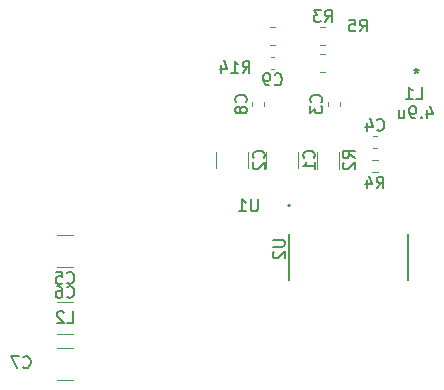
<source format=gbr>
%TF.GenerationSoftware,KiCad,Pcbnew,6.0.8-f2edbf62ab~116~ubuntu22.04.1*%
%TF.CreationDate,2022-11-02T14:53:59-04:00*%
%TF.ProjectId,Pi_HAT_V3,50695f48-4154-45f5-9633-2e6b69636164,rev?*%
%TF.SameCoordinates,Original*%
%TF.FileFunction,Legend,Bot*%
%TF.FilePolarity,Positive*%
%FSLAX46Y46*%
G04 Gerber Fmt 4.6, Leading zero omitted, Abs format (unit mm)*
G04 Created by KiCad (PCBNEW 6.0.8-f2edbf62ab~116~ubuntu22.04.1) date 2022-11-02 14:53:59*
%MOMM*%
%LPD*%
G01*
G04 APERTURE LIST*
%ADD10C,0.150000*%
%ADD11C,0.120000*%
%ADD12C,0.127000*%
%ADD13C,0.200000*%
G04 APERTURE END LIST*
D10*
%TO.C,L2*%
X113666666Y-99302380D02*
X114142857Y-99302380D01*
X114142857Y-98302380D01*
X113380952Y-98397619D02*
X113333333Y-98350000D01*
X113238095Y-98302380D01*
X113000000Y-98302380D01*
X112904761Y-98350000D01*
X112857142Y-98397619D01*
X112809523Y-98492857D01*
X112809523Y-98588095D01*
X112857142Y-98730952D01*
X113428571Y-99302380D01*
X112809523Y-99302380D01*
%TO.C,C7*%
X109966666Y-103007142D02*
X110014285Y-103054761D01*
X110157142Y-103102380D01*
X110252380Y-103102380D01*
X110395238Y-103054761D01*
X110490476Y-102959523D01*
X110538095Y-102864285D01*
X110585714Y-102673809D01*
X110585714Y-102530952D01*
X110538095Y-102340476D01*
X110490476Y-102245238D01*
X110395238Y-102150000D01*
X110252380Y-102102380D01*
X110157142Y-102102380D01*
X110014285Y-102150000D01*
X109966666Y-102197619D01*
X109633333Y-102102380D02*
X108966666Y-102102380D01*
X109395238Y-103102380D01*
%TO.C,C9*%
X131241666Y-79062142D02*
X131289285Y-79109761D01*
X131432142Y-79157380D01*
X131527380Y-79157380D01*
X131670238Y-79109761D01*
X131765476Y-79014523D01*
X131813095Y-78919285D01*
X131860714Y-78728809D01*
X131860714Y-78585952D01*
X131813095Y-78395476D01*
X131765476Y-78300238D01*
X131670238Y-78205000D01*
X131527380Y-78157380D01*
X131432142Y-78157380D01*
X131289285Y-78205000D01*
X131241666Y-78252619D01*
X130765476Y-79157380D02*
X130575000Y-79157380D01*
X130479761Y-79109761D01*
X130432142Y-79062142D01*
X130336904Y-78919285D01*
X130289285Y-78728809D01*
X130289285Y-78347857D01*
X130336904Y-78252619D01*
X130384523Y-78205000D01*
X130479761Y-78157380D01*
X130670238Y-78157380D01*
X130765476Y-78205000D01*
X130813095Y-78252619D01*
X130860714Y-78347857D01*
X130860714Y-78585952D01*
X130813095Y-78681190D01*
X130765476Y-78728809D01*
X130670238Y-78776428D01*
X130479761Y-78776428D01*
X130384523Y-78728809D01*
X130336904Y-78681190D01*
X130289285Y-78585952D01*
%TO.C,C3*%
X135177142Y-80583333D02*
X135224761Y-80535714D01*
X135272380Y-80392857D01*
X135272380Y-80297619D01*
X135224761Y-80154761D01*
X135129523Y-80059523D01*
X135034285Y-80011904D01*
X134843809Y-79964285D01*
X134700952Y-79964285D01*
X134510476Y-80011904D01*
X134415238Y-80059523D01*
X134320000Y-80154761D01*
X134272380Y-80297619D01*
X134272380Y-80392857D01*
X134320000Y-80535714D01*
X134367619Y-80583333D01*
X134272380Y-80916666D02*
X134272380Y-81535714D01*
X134653333Y-81202380D01*
X134653333Y-81345238D01*
X134700952Y-81440476D01*
X134748571Y-81488095D01*
X134843809Y-81535714D01*
X135081904Y-81535714D01*
X135177142Y-81488095D01*
X135224761Y-81440476D01*
X135272380Y-81345238D01*
X135272380Y-81059523D01*
X135224761Y-80964285D01*
X135177142Y-80916666D01*
%TO.C,C6*%
X113666666Y-97057142D02*
X113714285Y-97104761D01*
X113857142Y-97152380D01*
X113952380Y-97152380D01*
X114095238Y-97104761D01*
X114190476Y-97009523D01*
X114238095Y-96914285D01*
X114285714Y-96723809D01*
X114285714Y-96580952D01*
X114238095Y-96390476D01*
X114190476Y-96295238D01*
X114095238Y-96200000D01*
X113952380Y-96152380D01*
X113857142Y-96152380D01*
X113714285Y-96200000D01*
X113666666Y-96247619D01*
X112809523Y-96152380D02*
X113000000Y-96152380D01*
X113095238Y-96200000D01*
X113142857Y-96247619D01*
X113238095Y-96390476D01*
X113285714Y-96580952D01*
X113285714Y-96961904D01*
X113238095Y-97057142D01*
X113190476Y-97104761D01*
X113095238Y-97152380D01*
X112904761Y-97152380D01*
X112809523Y-97104761D01*
X112761904Y-97057142D01*
X112714285Y-96961904D01*
X112714285Y-96723809D01*
X112761904Y-96628571D01*
X112809523Y-96580952D01*
X112904761Y-96533333D01*
X113095238Y-96533333D01*
X113190476Y-96580952D01*
X113238095Y-96628571D01*
X113285714Y-96723809D01*
%TO.C,C1*%
X134557142Y-85308333D02*
X134604761Y-85260714D01*
X134652380Y-85117857D01*
X134652380Y-85022619D01*
X134604761Y-84879761D01*
X134509523Y-84784523D01*
X134414285Y-84736904D01*
X134223809Y-84689285D01*
X134080952Y-84689285D01*
X133890476Y-84736904D01*
X133795238Y-84784523D01*
X133700000Y-84879761D01*
X133652380Y-85022619D01*
X133652380Y-85117857D01*
X133700000Y-85260714D01*
X133747619Y-85308333D01*
X134652380Y-86260714D02*
X134652380Y-85689285D01*
X134652380Y-85975000D02*
X133652380Y-85975000D01*
X133795238Y-85879761D01*
X133890476Y-85784523D01*
X133938095Y-85689285D01*
%TO.C,C2*%
X130307142Y-85308333D02*
X130354761Y-85260714D01*
X130402380Y-85117857D01*
X130402380Y-85022619D01*
X130354761Y-84879761D01*
X130259523Y-84784523D01*
X130164285Y-84736904D01*
X129973809Y-84689285D01*
X129830952Y-84689285D01*
X129640476Y-84736904D01*
X129545238Y-84784523D01*
X129450000Y-84879761D01*
X129402380Y-85022619D01*
X129402380Y-85117857D01*
X129450000Y-85260714D01*
X129497619Y-85308333D01*
X129497619Y-85689285D02*
X129450000Y-85736904D01*
X129402380Y-85832142D01*
X129402380Y-86070238D01*
X129450000Y-86165476D01*
X129497619Y-86213095D01*
X129592857Y-86260714D01*
X129688095Y-86260714D01*
X129830952Y-86213095D01*
X130402380Y-85641666D01*
X130402380Y-86260714D01*
%TO.C,R2*%
X138022380Y-85333333D02*
X137546190Y-85000000D01*
X138022380Y-84761904D02*
X137022380Y-84761904D01*
X137022380Y-85142857D01*
X137070000Y-85238095D01*
X137117619Y-85285714D01*
X137212857Y-85333333D01*
X137355714Y-85333333D01*
X137450952Y-85285714D01*
X137498571Y-85238095D01*
X137546190Y-85142857D01*
X137546190Y-84761904D01*
X137117619Y-85714285D02*
X137070000Y-85761904D01*
X137022380Y-85857142D01*
X137022380Y-86095238D01*
X137070000Y-86190476D01*
X137117619Y-86238095D01*
X137212857Y-86285714D01*
X137308095Y-86285714D01*
X137450952Y-86238095D01*
X138022380Y-85666666D01*
X138022380Y-86285714D01*
%TO.C,C4*%
X139916666Y-82902142D02*
X139964285Y-82949761D01*
X140107142Y-82997380D01*
X140202380Y-82997380D01*
X140345238Y-82949761D01*
X140440476Y-82854523D01*
X140488095Y-82759285D01*
X140535714Y-82568809D01*
X140535714Y-82425952D01*
X140488095Y-82235476D01*
X140440476Y-82140238D01*
X140345238Y-82045000D01*
X140202380Y-81997380D01*
X140107142Y-81997380D01*
X139964285Y-82045000D01*
X139916666Y-82092619D01*
X139059523Y-82330714D02*
X139059523Y-82997380D01*
X139297619Y-81949761D02*
X139535714Y-82664047D01*
X138916666Y-82664047D01*
%TO.C,R5*%
X138466666Y-74602380D02*
X138800000Y-74126190D01*
X139038095Y-74602380D02*
X139038095Y-73602380D01*
X138657142Y-73602380D01*
X138561904Y-73650000D01*
X138514285Y-73697619D01*
X138466666Y-73792857D01*
X138466666Y-73935714D01*
X138514285Y-74030952D01*
X138561904Y-74078571D01*
X138657142Y-74126190D01*
X139038095Y-74126190D01*
X137561904Y-73602380D02*
X138038095Y-73602380D01*
X138085714Y-74078571D01*
X138038095Y-74030952D01*
X137942857Y-73983333D01*
X137704761Y-73983333D01*
X137609523Y-74030952D01*
X137561904Y-74078571D01*
X137514285Y-74173809D01*
X137514285Y-74411904D01*
X137561904Y-74507142D01*
X137609523Y-74554761D01*
X137704761Y-74602380D01*
X137942857Y-74602380D01*
X138038095Y-74554761D01*
X138085714Y-74507142D01*
%TO.C,L1*%
X143216666Y-80302380D02*
X143692857Y-80302380D01*
X143692857Y-79302380D01*
X142359523Y-80302380D02*
X142930952Y-80302380D01*
X142645238Y-80302380D02*
X142645238Y-79302380D01*
X142740476Y-79445238D01*
X142835714Y-79540476D01*
X142930952Y-79588095D01*
X144176190Y-81285714D02*
X144176190Y-81952380D01*
X144414285Y-80904761D02*
X144652380Y-81619047D01*
X144033333Y-81619047D01*
X143652380Y-81857142D02*
X143604761Y-81904761D01*
X143652380Y-81952380D01*
X143700000Y-81904761D01*
X143652380Y-81857142D01*
X143652380Y-81952380D01*
X143128571Y-81952380D02*
X142938095Y-81952380D01*
X142842857Y-81904761D01*
X142795238Y-81857142D01*
X142700000Y-81714285D01*
X142652380Y-81523809D01*
X142652380Y-81142857D01*
X142700000Y-81047619D01*
X142747619Y-81000000D01*
X142842857Y-80952380D01*
X143033333Y-80952380D01*
X143128571Y-81000000D01*
X143176190Y-81047619D01*
X143223809Y-81142857D01*
X143223809Y-81380952D01*
X143176190Y-81476190D01*
X143128571Y-81523809D01*
X143033333Y-81571428D01*
X142842857Y-81571428D01*
X142747619Y-81523809D01*
X142700000Y-81476190D01*
X142652380Y-81380952D01*
X141795238Y-81285714D02*
X141795238Y-81952380D01*
X142223809Y-81285714D02*
X142223809Y-81809523D01*
X142176190Y-81904761D01*
X142080952Y-81952380D01*
X141938095Y-81952380D01*
X141842857Y-81904761D01*
X141795238Y-81857142D01*
X143250000Y-77702380D02*
X143250000Y-77940476D01*
X143488095Y-77845238D02*
X143250000Y-77940476D01*
X143011904Y-77845238D01*
X143392857Y-78130952D02*
X143250000Y-77940476D01*
X143107142Y-78130952D01*
%TO.C,R14*%
X128542857Y-78102380D02*
X128876190Y-77626190D01*
X129114285Y-78102380D02*
X129114285Y-77102380D01*
X128733333Y-77102380D01*
X128638095Y-77150000D01*
X128590476Y-77197619D01*
X128542857Y-77292857D01*
X128542857Y-77435714D01*
X128590476Y-77530952D01*
X128638095Y-77578571D01*
X128733333Y-77626190D01*
X129114285Y-77626190D01*
X127590476Y-78102380D02*
X128161904Y-78102380D01*
X127876190Y-78102380D02*
X127876190Y-77102380D01*
X127971428Y-77245238D01*
X128066666Y-77340476D01*
X128161904Y-77388095D01*
X126733333Y-77435714D02*
X126733333Y-78102380D01*
X126971428Y-77054761D02*
X127209523Y-77769047D01*
X126590476Y-77769047D01*
%TO.C,U1*%
X129811904Y-88827380D02*
X129811904Y-89636904D01*
X129764285Y-89732142D01*
X129716666Y-89779761D01*
X129621428Y-89827380D01*
X129430952Y-89827380D01*
X129335714Y-89779761D01*
X129288095Y-89732142D01*
X129240476Y-89636904D01*
X129240476Y-88827380D01*
X128240476Y-89827380D02*
X128811904Y-89827380D01*
X128526190Y-89827380D02*
X128526190Y-88827380D01*
X128621428Y-88970238D01*
X128716666Y-89065476D01*
X128811904Y-89113095D01*
%TO.C,C8*%
X128802142Y-80583333D02*
X128849761Y-80535714D01*
X128897380Y-80392857D01*
X128897380Y-80297619D01*
X128849761Y-80154761D01*
X128754523Y-80059523D01*
X128659285Y-80011904D01*
X128468809Y-79964285D01*
X128325952Y-79964285D01*
X128135476Y-80011904D01*
X128040238Y-80059523D01*
X127945000Y-80154761D01*
X127897380Y-80297619D01*
X127897380Y-80392857D01*
X127945000Y-80535714D01*
X127992619Y-80583333D01*
X128325952Y-81154761D02*
X128278333Y-81059523D01*
X128230714Y-81011904D01*
X128135476Y-80964285D01*
X128087857Y-80964285D01*
X127992619Y-81011904D01*
X127945000Y-81059523D01*
X127897380Y-81154761D01*
X127897380Y-81345238D01*
X127945000Y-81440476D01*
X127992619Y-81488095D01*
X128087857Y-81535714D01*
X128135476Y-81535714D01*
X128230714Y-81488095D01*
X128278333Y-81440476D01*
X128325952Y-81345238D01*
X128325952Y-81154761D01*
X128373571Y-81059523D01*
X128421190Y-81011904D01*
X128516428Y-80964285D01*
X128706904Y-80964285D01*
X128802142Y-81011904D01*
X128849761Y-81059523D01*
X128897380Y-81154761D01*
X128897380Y-81345238D01*
X128849761Y-81440476D01*
X128802142Y-81488095D01*
X128706904Y-81535714D01*
X128516428Y-81535714D01*
X128421190Y-81488095D01*
X128373571Y-81440476D01*
X128325952Y-81345238D01*
%TO.C,R4*%
X139891666Y-87882380D02*
X140225000Y-87406190D01*
X140463095Y-87882380D02*
X140463095Y-86882380D01*
X140082142Y-86882380D01*
X139986904Y-86930000D01*
X139939285Y-86977619D01*
X139891666Y-87072857D01*
X139891666Y-87215714D01*
X139939285Y-87310952D01*
X139986904Y-87358571D01*
X140082142Y-87406190D01*
X140463095Y-87406190D01*
X139034523Y-87215714D02*
X139034523Y-87882380D01*
X139272619Y-86834761D02*
X139510714Y-87549047D01*
X138891666Y-87549047D01*
%TO.C,U2*%
X131085380Y-92250595D02*
X131894904Y-92250595D01*
X131990142Y-92298214D01*
X132037761Y-92345833D01*
X132085380Y-92441071D01*
X132085380Y-92631547D01*
X132037761Y-92726785D01*
X131990142Y-92774404D01*
X131894904Y-92822023D01*
X131085380Y-92822023D01*
X131180619Y-93250595D02*
X131133000Y-93298214D01*
X131085380Y-93393452D01*
X131085380Y-93631547D01*
X131133000Y-93726785D01*
X131180619Y-93774404D01*
X131275857Y-93822023D01*
X131371095Y-93822023D01*
X131513952Y-93774404D01*
X132085380Y-93202976D01*
X132085380Y-93822023D01*
%TO.C,C5*%
X113666666Y-95857142D02*
X113714285Y-95904761D01*
X113857142Y-95952380D01*
X113952380Y-95952380D01*
X114095238Y-95904761D01*
X114190476Y-95809523D01*
X114238095Y-95714285D01*
X114285714Y-95523809D01*
X114285714Y-95380952D01*
X114238095Y-95190476D01*
X114190476Y-95095238D01*
X114095238Y-95000000D01*
X113952380Y-94952380D01*
X113857142Y-94952380D01*
X113714285Y-95000000D01*
X113666666Y-95047619D01*
X112761904Y-94952380D02*
X113238095Y-94952380D01*
X113285714Y-95428571D01*
X113238095Y-95380952D01*
X113142857Y-95333333D01*
X112904761Y-95333333D01*
X112809523Y-95380952D01*
X112761904Y-95428571D01*
X112714285Y-95523809D01*
X112714285Y-95761904D01*
X112761904Y-95857142D01*
X112809523Y-95904761D01*
X112904761Y-95952380D01*
X113142857Y-95952380D01*
X113238095Y-95904761D01*
X113285714Y-95857142D01*
%TO.C,R3*%
X135491666Y-73802380D02*
X135825000Y-73326190D01*
X136063095Y-73802380D02*
X136063095Y-72802380D01*
X135682142Y-72802380D01*
X135586904Y-72850000D01*
X135539285Y-72897619D01*
X135491666Y-72992857D01*
X135491666Y-73135714D01*
X135539285Y-73230952D01*
X135586904Y-73278571D01*
X135682142Y-73326190D01*
X136063095Y-73326190D01*
X135158333Y-72802380D02*
X134539285Y-72802380D01*
X134872619Y-73183333D01*
X134729761Y-73183333D01*
X134634523Y-73230952D01*
X134586904Y-73278571D01*
X134539285Y-73373809D01*
X134539285Y-73611904D01*
X134586904Y-73707142D01*
X134634523Y-73754761D01*
X134729761Y-73802380D01*
X135015476Y-73802380D01*
X135110714Y-73754761D01*
X135158333Y-73707142D01*
D11*
%TO.C,C7*%
X114211252Y-104110000D02*
X112788748Y-104110000D01*
X114211252Y-101390000D02*
X112788748Y-101390000D01*
%TO.C,C9*%
X130928733Y-77785000D02*
X131221267Y-77785000D01*
X130928733Y-76765000D02*
X131221267Y-76765000D01*
%TO.C,C3*%
X136760000Y-80603733D02*
X136760000Y-80896267D01*
X135740000Y-80603733D02*
X135740000Y-80896267D01*
%TO.C,C6*%
X114211252Y-100210000D02*
X112788748Y-100210000D01*
X114211252Y-97490000D02*
X112788748Y-97490000D01*
%TO.C,C1*%
X130540000Y-86186252D02*
X130540000Y-84763748D01*
X133260000Y-86186252D02*
X133260000Y-84763748D01*
%TO.C,C2*%
X126290000Y-86186252D02*
X126290000Y-84763748D01*
X129010000Y-86186252D02*
X129010000Y-84763748D01*
%TO.C,R2*%
X136660000Y-86227064D02*
X136660000Y-84772936D01*
X134840000Y-86227064D02*
X134840000Y-84772936D01*
%TO.C,C4*%
X139896267Y-84485000D02*
X139603733Y-84485000D01*
X139896267Y-83465000D02*
X139603733Y-83465000D01*
%TO.C,R5*%
X135527064Y-76540000D02*
X135072936Y-76540000D01*
X135527064Y-78010000D02*
X135072936Y-78010000D01*
%TO.C,R14*%
X130822936Y-74265000D02*
X131277064Y-74265000D01*
X130822936Y-75735000D02*
X131277064Y-75735000D01*
%TO.C,C8*%
X129365000Y-80603733D02*
X129365000Y-80896267D01*
X130385000Y-80603733D02*
X130385000Y-80896267D01*
%TO.C,R4*%
X139470276Y-85477500D02*
X139979724Y-85477500D01*
X139470276Y-86522500D02*
X139979724Y-86522500D01*
D12*
%TO.C,U2*%
X142575000Y-91737500D02*
X142575000Y-95637500D01*
X132445000Y-91737500D02*
X132445000Y-95637500D01*
D13*
X132565000Y-89332500D02*
G75*
G03*
X132565000Y-89332500I-100000J0D01*
G01*
D11*
%TO.C,C5*%
X112788748Y-91840000D02*
X114211252Y-91840000D01*
X112788748Y-94560000D02*
X114211252Y-94560000D01*
%TO.C,R3*%
X135552064Y-74265000D02*
X135097936Y-74265000D01*
X135552064Y-75735000D02*
X135097936Y-75735000D01*
%TD*%
M02*

</source>
